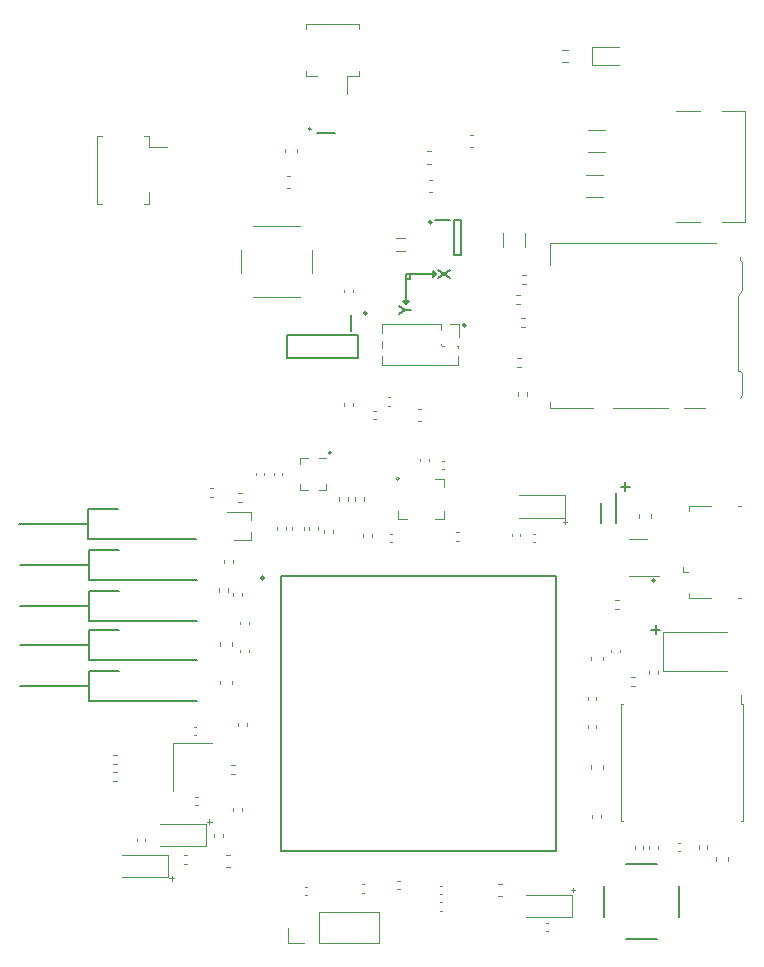
<source format=gbr>
%TF.GenerationSoftware,KiCad,Pcbnew,(5.99.0-8018-g9a0f685a75)*%
%TF.CreationDate,2021-03-04T01:20:55+00:00*%
%TF.ProjectId,CM4,434d342e-6b69-4636-9164-5f7063625858,v01*%
%TF.SameCoordinates,Original*%
%TF.FileFunction,Legend,Top*%
%TF.FilePolarity,Positive*%
%FSLAX46Y46*%
G04 Gerber Fmt 4.6, Leading zero omitted, Abs format (unit mm)*
G04 Created by KiCad (PCBNEW (5.99.0-8018-g9a0f685a75)) date 2021-03-04 01:20:55*
%MOMM*%
%LPD*%
G01*
G04 APERTURE LIST*
%ADD10C,0.150000*%
%ADD11C,0.125000*%
%ADD12C,0.120000*%
%ADD13C,0.200000*%
%ADD14C,0.250000*%
%ADD15C,0.100000*%
G04 APERTURE END LIST*
D10*
X168619047Y-82871428D02*
X169380952Y-82871428D01*
X169000000Y-83252380D02*
X169000000Y-82490476D01*
X144100000Y-80000000D02*
G75*
G03*
X144100000Y-80000000I-100000J0D01*
G01*
X171219047Y-94971428D02*
X171980952Y-94971428D01*
X171600000Y-95352380D02*
X171600000Y-94590476D01*
X142400000Y-52600000D02*
G75*
G03*
X142400000Y-52600000I-100000J0D01*
G01*
X152719000Y-65127000D02*
X152973000Y-64873000D01*
X150814000Y-65254000D02*
X150814000Y-64873000D01*
X147141421Y-68200000D02*
G75*
G03*
X147141421Y-68200000I-141421J0D01*
G01*
X150433000Y-67413000D02*
X150687000Y-67159000D01*
X150433000Y-64873000D02*
X150433000Y-67413000D01*
X150433000Y-65254000D02*
X150814000Y-65254000D01*
X150433000Y-64873000D02*
X152973000Y-64873000D01*
X171541421Y-90800000D02*
G75*
G03*
X171541421Y-90800000I-141421J0D01*
G01*
X155541421Y-69200000D02*
G75*
G03*
X155541421Y-69200000I-141421J0D01*
G01*
X150179000Y-67159000D02*
X150433000Y-67413000D01*
X152719000Y-64619000D02*
X152719000Y-65127000D01*
X152973000Y-64873000D02*
X152719000Y-64619000D01*
X150687000Y-67159000D02*
X150179000Y-67159000D01*
X152641421Y-60500000D02*
G75*
G03*
X152641421Y-60500000I-141421J0D01*
G01*
X153187380Y-65206333D02*
X154187380Y-64539666D01*
X153187380Y-64539666D02*
X154187380Y-65206333D01*
D11*
X163719523Y-85835714D02*
X164100476Y-85835714D01*
X163910000Y-86026190D02*
X163910000Y-85645238D01*
X164409523Y-117035714D02*
X164790476Y-117035714D01*
X164600000Y-117226190D02*
X164600000Y-116845238D01*
X130409523Y-116035714D02*
X130790476Y-116035714D01*
X130600000Y-116226190D02*
X130600000Y-115845238D01*
X133609523Y-111235714D02*
X133990476Y-111235714D01*
X133800000Y-111426190D02*
X133800000Y-111045238D01*
D10*
X150409190Y-67921000D02*
X150885380Y-67921000D01*
X149885380Y-68254333D02*
X150409190Y-67921000D01*
X149885380Y-67587666D01*
D12*
%TO.C,C12*%
X171040000Y-113507836D02*
X171040000Y-113292164D01*
X171760000Y-113507836D02*
X171760000Y-113292164D01*
%TO.C,R18*%
X125953641Y-107780000D02*
X125646359Y-107780000D01*
X125953641Y-107020000D02*
X125646359Y-107020000D01*
%TO.C,C28*%
X134960000Y-112507836D02*
X134960000Y-112292164D01*
X134240000Y-112507836D02*
X134240000Y-112292164D01*
%TO.C,C21*%
X166560000Y-103307836D02*
X166560000Y-103092164D01*
X165840000Y-103307836D02*
X165840000Y-103092164D01*
%TO.C,C26*%
X136560000Y-110092164D02*
X136560000Y-110307836D01*
X135840000Y-110092164D02*
X135840000Y-110307836D01*
%TO.C,C22*%
X137160000Y-96907836D02*
X137160000Y-96692164D01*
X136440000Y-96907836D02*
X136440000Y-96692164D01*
D13*
%TO.C,Q1*%
X154500000Y-60325000D02*
X155100000Y-60325000D01*
X154500000Y-63275000D02*
X154500000Y-60325000D01*
X155100000Y-63275000D02*
X154500000Y-63275000D01*
X152950000Y-60300000D02*
X154150000Y-60300000D01*
X155100000Y-60325000D02*
X155100000Y-63275000D01*
D12*
%TO.C,R8*%
X135380000Y-91753641D02*
X135380000Y-91446359D01*
X134620000Y-91753641D02*
X134620000Y-91446359D01*
%TO.C,C16*%
X161172164Y-87560000D02*
X161387836Y-87560000D01*
X161172164Y-86840000D02*
X161387836Y-86840000D01*
%TO.C,C49*%
X166090000Y-106740580D02*
X166090000Y-106459420D01*
X167110000Y-106740580D02*
X167110000Y-106459420D01*
%TO.C,F1*%
X160510000Y-62602064D02*
X160510000Y-61397936D01*
X158690000Y-62602064D02*
X158690000Y-61397936D01*
%TO.C,C50*%
X132592164Y-109860000D02*
X132807836Y-109860000D01*
X132592164Y-109140000D02*
X132807836Y-109140000D01*
%TO.C,C37*%
X159390000Y-86842164D02*
X159390000Y-87057836D01*
X160110000Y-86842164D02*
X160110000Y-87057836D01*
%TO.C,C20*%
X153507836Y-118760000D02*
X153292164Y-118760000D01*
X153507836Y-118040000D02*
X153292164Y-118040000D01*
%TO.C,R14*%
X142980000Y-86246359D02*
X142980000Y-86553641D01*
X142220000Y-86246359D02*
X142220000Y-86553641D01*
%TO.C,C15*%
X160600000Y-119335000D02*
X164510000Y-119335000D01*
X164510000Y-117465000D02*
X160600000Y-117465000D01*
X164510000Y-119335000D02*
X164510000Y-117465000D01*
%TO.C,Y1*%
X134050000Y-104600000D02*
X130750000Y-104600000D01*
X130750000Y-104600000D02*
X130750000Y-108600000D01*
D13*
%TO.C,J7*%
X132790000Y-94270000D02*
X123650000Y-94270000D01*
X123650000Y-91730000D02*
X126190000Y-91730000D01*
X123650000Y-94270000D02*
X123650000Y-91730000D01*
X123650000Y-93000000D02*
X117810000Y-93000000D01*
D12*
%TO.C,C41*%
X135760000Y-99565580D02*
X135760000Y-99284420D01*
X134740000Y-99565580D02*
X134740000Y-99284420D01*
%TO.C,R5*%
X175980000Y-113246359D02*
X175980000Y-113553641D01*
X175220000Y-113246359D02*
X175220000Y-113553641D01*
%TO.C,R32*%
X145220000Y-75746359D02*
X145220000Y-76053641D01*
X145980000Y-75746359D02*
X145980000Y-76053641D01*
%TO.C,R10*%
X146820000Y-86846359D02*
X146820000Y-87153641D01*
X147580000Y-86846359D02*
X147580000Y-87153641D01*
%TO.C,U3*%
X149750000Y-85600000D02*
X149750000Y-84900000D01*
X150500000Y-85600000D02*
X149750000Y-85600000D01*
X153650000Y-82200000D02*
X153650000Y-82900000D01*
X152900000Y-82200000D02*
X153650000Y-82200000D01*
X153650000Y-84900000D02*
X153650000Y-85600000D01*
X153650000Y-85600000D02*
X152900000Y-85600000D01*
X149900000Y-82200000D02*
G75*
G03*
X149900000Y-82200000I-150000J0D01*
G01*
X149810000Y-82200000D02*
G75*
G03*
X149810000Y-82200000I-60000J0D01*
G01*
%TO.C,R21*%
X168453641Y-93230000D02*
X168146359Y-93230000D01*
X168453641Y-92470000D02*
X168146359Y-92470000D01*
D13*
%TO.C,IC2*%
X139850000Y-90450000D02*
X163150000Y-90450000D01*
X139850000Y-113750000D02*
X139850000Y-90450000D01*
X163150000Y-90450000D02*
X163150000Y-113750000D01*
X163150000Y-113750000D02*
X139850000Y-113750000D01*
D14*
X138425000Y-90600000D02*
G75*
G03*
X138425000Y-90600000I-125000J0D01*
G01*
D12*
%TO.C,C17*%
X166560000Y-100692164D02*
X166560000Y-100907836D01*
X165840000Y-100692164D02*
X165840000Y-100907836D01*
%TO.C,J15*%
X178585000Y-73075000D02*
X178735000Y-73075000D01*
X162665000Y-76175000D02*
X166275000Y-76175000D01*
X162665000Y-62205000D02*
X176675000Y-62205000D01*
X178585000Y-73075000D02*
X178585000Y-66705000D01*
X178935000Y-73285000D02*
X178735000Y-73075000D01*
X178935000Y-63885000D02*
X178735000Y-63685000D01*
X173975000Y-76175000D02*
X175775000Y-76175000D01*
X178935000Y-75145000D02*
X178935000Y-73285000D01*
X178735000Y-63685000D02*
X178735000Y-63425000D01*
X178935000Y-75145000D02*
X178735000Y-75345000D01*
X178935000Y-66195000D02*
X178585000Y-66705000D01*
X167975000Y-76175000D02*
X172675000Y-76175000D01*
X162665000Y-64125000D02*
X162665000Y-62205000D01*
X162665000Y-75725000D02*
X162665000Y-76175000D01*
X178935000Y-63885000D02*
X178935000Y-66195000D01*
%TO.C,R27*%
X160296359Y-65680000D02*
X160603641Y-65680000D01*
X160296359Y-64920000D02*
X160603641Y-64920000D01*
%TO.C,C11*%
X148917164Y-75310000D02*
X149132836Y-75310000D01*
X148917164Y-76030000D02*
X149132836Y-76030000D01*
%TO.C,C51*%
X132492164Y-103190000D02*
X132707836Y-103190000D01*
X132492164Y-103910000D02*
X132707836Y-103910000D01*
%TO.C,C25*%
X126400000Y-115935000D02*
X130310000Y-115935000D01*
X130310000Y-114065000D02*
X126400000Y-114065000D01*
X130310000Y-115935000D02*
X130310000Y-114065000D01*
%TO.C,C36*%
X128360000Y-112692164D02*
X128360000Y-112907836D01*
X127640000Y-112692164D02*
X127640000Y-112907836D01*
%TO.C,R4*%
X167327064Y-52690000D02*
X165872936Y-52690000D01*
X167327064Y-54510000D02*
X165872936Y-54510000D01*
%TO.C,C34*%
X144260000Y-86542164D02*
X144260000Y-86757836D01*
X143540000Y-86542164D02*
X143540000Y-86757836D01*
%TO.C,C3*%
X152259420Y-55510000D02*
X152540580Y-55510000D01*
X152259420Y-54490000D02*
X152540580Y-54490000D01*
%TO.C,C4*%
X176690000Y-114259420D02*
X176690000Y-114540580D01*
X177710000Y-114259420D02*
X177710000Y-114540580D01*
%TO.C,C8*%
X147907836Y-77160000D02*
X147692164Y-77160000D01*
X147907836Y-76440000D02*
X147692164Y-76440000D01*
%TO.C,J1*%
X128710000Y-54140000D02*
X130200000Y-54140000D01*
X124290000Y-58910000D02*
X124740000Y-58910000D01*
X124290000Y-53190000D02*
X124290000Y-58910000D01*
X128710000Y-53190000D02*
X128710000Y-54140000D01*
X128260000Y-53190000D02*
X128710000Y-53190000D01*
X128260000Y-58910000D02*
X128710000Y-58910000D01*
X128710000Y-58910000D02*
X128710000Y-57960000D01*
X124740000Y-53190000D02*
X124290000Y-53190000D01*
%TO.C,D2*%
X172200000Y-95150000D02*
X172200000Y-98450000D01*
X172200000Y-95150000D02*
X177600000Y-95150000D01*
X172200000Y-98450000D02*
X177600000Y-98450000D01*
%TO.C,J3*%
X141965000Y-48110000D02*
X142915000Y-48110000D01*
X145485000Y-48110000D02*
X145485000Y-49600000D01*
X141965000Y-47660000D02*
X141965000Y-48110000D01*
X146435000Y-44140000D02*
X146435000Y-43690000D01*
X146435000Y-48110000D02*
X145485000Y-48110000D01*
X146435000Y-47660000D02*
X146435000Y-48110000D01*
X141965000Y-43690000D02*
X141965000Y-44140000D01*
X146435000Y-43690000D02*
X141965000Y-43690000D01*
%TO.C,C10*%
X151459420Y-76290000D02*
X151740580Y-76290000D01*
X151459420Y-77310000D02*
X151740580Y-77310000D01*
%TO.C,C30*%
X136960000Y-103107836D02*
X136960000Y-102892164D01*
X136240000Y-103107836D02*
X136240000Y-102892164D01*
%TO.C,Q2*%
X137330000Y-85040000D02*
X135300000Y-85040000D01*
X137330000Y-86700000D02*
X137330000Y-87360000D01*
X135920000Y-87360000D02*
X137330000Y-87360000D01*
X137330000Y-85040000D02*
X137330000Y-85700000D01*
%TO.C,J2*%
X177250000Y-60450000D02*
X179150000Y-60450000D01*
X179150000Y-60450000D02*
X179150000Y-51050000D01*
X177250000Y-51050000D02*
X179150000Y-51050000D01*
X173350000Y-60450000D02*
X175350000Y-60450000D01*
X173350000Y-51050000D02*
X175350000Y-51050000D01*
%TO.C,R30*%
X159846359Y-72730000D02*
X160153641Y-72730000D01*
X159846359Y-71970000D02*
X160153641Y-71970000D01*
%TO.C,R13*%
X131646359Y-114780000D02*
X131953641Y-114780000D01*
X131646359Y-114020000D02*
X131953641Y-114020000D01*
D13*
%TO.C,D3*%
X168225000Y-83400000D02*
X168225000Y-85950000D01*
X166975000Y-84250000D02*
X166975000Y-85950000D01*
%TO.C,J8*%
X123610000Y-89500000D02*
X117770000Y-89500000D01*
X123610000Y-90770000D02*
X123610000Y-88230000D01*
X132750000Y-90770000D02*
X123610000Y-90770000D01*
X123610000Y-88230000D02*
X126150000Y-88230000D01*
D12*
%TO.C,R28*%
X159796359Y-67430000D02*
X160103641Y-67430000D01*
X159796359Y-66670000D02*
X160103641Y-66670000D01*
%TO.C,R3*%
X167127064Y-56490000D02*
X165672936Y-56490000D01*
X167127064Y-58310000D02*
X165672936Y-58310000D01*
%TO.C,J13*%
X176287500Y-92300000D02*
X174437500Y-92300000D01*
X178837500Y-84500000D02*
X178587500Y-84500000D01*
X178837500Y-92300000D02*
X178587500Y-92300000D01*
X173887500Y-90100000D02*
X174337500Y-90100000D01*
X176287500Y-84500000D02*
X174437500Y-84500000D01*
X173887500Y-90100000D02*
X173887500Y-89650000D01*
X174437500Y-84500000D02*
X174437500Y-84950000D01*
X174437500Y-92300000D02*
X174437500Y-91850000D01*
%TO.C,FB2*%
X135562779Y-114040000D02*
X135237221Y-114040000D01*
X135562779Y-115060000D02*
X135237221Y-115060000D01*
%TO.C,C9*%
X169840000Y-113507836D02*
X169840000Y-113292164D01*
X170560000Y-113507836D02*
X170560000Y-113292164D01*
%TO.C,FB3*%
X171160000Y-85187221D02*
X171160000Y-85512779D01*
X170140000Y-85187221D02*
X170140000Y-85512779D01*
D13*
%TO.C,J6*%
X123610000Y-97520000D02*
X123610000Y-94980000D01*
X123610000Y-96250000D02*
X117770000Y-96250000D01*
X132750000Y-97520000D02*
X123610000Y-97520000D01*
X123610000Y-94980000D02*
X126150000Y-94980000D01*
D12*
%TO.C,U2*%
X168790000Y-101240000D02*
X168640000Y-101240000D01*
X178960000Y-101240000D02*
X178960000Y-111160000D01*
X168790000Y-111160000D02*
X168640000Y-111160000D01*
X178810000Y-100550000D02*
X178810000Y-101240000D01*
X178960000Y-101240000D02*
X178810000Y-101240000D01*
X178960000Y-111160000D02*
X178810000Y-111160000D01*
X168640000Y-101240000D02*
X168640000Y-111160000D01*
%TO.C,C46*%
X141810000Y-86540580D02*
X141810000Y-86259420D01*
X140790000Y-86540580D02*
X140790000Y-86259420D01*
%TO.C,J14*%
X153493471Y-70960000D02*
X153636529Y-70960000D01*
X148425000Y-71777530D02*
X148425000Y-72600000D01*
X153440000Y-69070000D02*
X153440000Y-69636529D01*
X148425000Y-70507530D02*
X148425000Y-71162470D01*
X154960000Y-69070000D02*
X154960000Y-70200000D01*
X154895000Y-71777530D02*
X154895000Y-72600000D01*
X154200000Y-69070000D02*
X154960000Y-69070000D01*
X154763471Y-70960000D02*
X154895000Y-70960000D01*
X154895000Y-72600000D02*
X148425000Y-72600000D01*
X154895000Y-70960000D02*
X154895000Y-71162470D01*
X153440000Y-69070000D02*
X148425000Y-69070000D01*
X148425000Y-69070000D02*
X148425000Y-69892470D01*
X153440000Y-70763471D02*
X153440000Y-70906529D01*
%TO.C,R6*%
X169853641Y-99730000D02*
X169546359Y-99730000D01*
X169853641Y-98970000D02*
X169546359Y-98970000D01*
%TO.C,U4*%
X170100000Y-87340000D02*
X170900000Y-87340000D01*
X170100000Y-90460000D02*
X169300000Y-90460000D01*
X170100000Y-87340000D02*
X169300000Y-87340000D01*
X170100000Y-90460000D02*
X171900000Y-90460000D01*
%TO.C,R1*%
X163662742Y-45877500D02*
X164137258Y-45877500D01*
X163662742Y-46922500D02*
X164137258Y-46922500D01*
%TO.C,R12*%
X133846359Y-83780000D02*
X134153641Y-83780000D01*
X133846359Y-83020000D02*
X134153641Y-83020000D01*
%TO.C,FB1*%
X150399622Y-62960000D02*
X149600378Y-62960000D01*
X150399622Y-61840000D02*
X149600378Y-61840000D01*
%TO.C,C52*%
X145960000Y-66407836D02*
X145960000Y-66192164D01*
X145240000Y-66407836D02*
X145240000Y-66192164D01*
%TO.C,R17*%
X125646359Y-106380000D02*
X125953641Y-106380000D01*
X125646359Y-105620000D02*
X125953641Y-105620000D01*
%TO.C,L2*%
X173650200Y-113750000D02*
X173449800Y-113750000D01*
X173650200Y-113030000D02*
X173449800Y-113030000D01*
%TO.C,R29*%
X160196359Y-69380000D02*
X160503641Y-69380000D01*
X160196359Y-68620000D02*
X160503641Y-68620000D01*
D15*
%TO.C,U1*%
X143060000Y-83150000D02*
X143700000Y-83150000D01*
X143700000Y-82670000D02*
X143700000Y-83150000D01*
X141500000Y-82670000D02*
X141500000Y-83150000D01*
X141500000Y-80450000D02*
X142140000Y-80450000D01*
X141500000Y-83150000D02*
X142140000Y-83150000D01*
X143060000Y-80450000D02*
X143700000Y-80450000D01*
X141500000Y-80450000D02*
X141500000Y-80930000D01*
D12*
%TO.C,C48*%
X166240000Y-110692164D02*
X166240000Y-110907836D01*
X166960000Y-110692164D02*
X166960000Y-110907836D01*
%TO.C,C27*%
X133510000Y-111465000D02*
X129600000Y-111465000D01*
X133510000Y-113335000D02*
X133510000Y-111465000D01*
X129600000Y-113335000D02*
X133510000Y-113335000D01*
%TO.C,C7*%
X171040000Y-98707836D02*
X171040000Y-98492164D01*
X171760000Y-98707836D02*
X171760000Y-98492164D01*
D13*
%TO.C,J4*%
X169100000Y-121175000D02*
X171700000Y-121175000D01*
X167225000Y-116700000D02*
X167225000Y-119300000D01*
X173575000Y-116700000D02*
X173575000Y-119300000D01*
X169100000Y-114825000D02*
X171700000Y-114825000D01*
D12*
%TO.C,C14*%
X151640000Y-80707836D02*
X151640000Y-80492164D01*
X152360000Y-80707836D02*
X152360000Y-80492164D01*
D13*
%TO.C,IC1*%
X142925000Y-52920000D02*
X144450000Y-52920000D01*
D12*
%TO.C,C47*%
X163910000Y-83615000D02*
X160000000Y-83615000D01*
X163910000Y-85485000D02*
X163910000Y-83615000D01*
X160000000Y-85485000D02*
X163910000Y-85485000D01*
%TO.C,C40*%
X162507836Y-119790000D02*
X162292164Y-119790000D01*
X162507836Y-120510000D02*
X162292164Y-120510000D01*
%TO.C,R11*%
X136553641Y-83420000D02*
X136246359Y-83420000D01*
X136553641Y-84180000D02*
X136246359Y-84180000D01*
%TO.C,J16*%
X141800000Y-121530000D02*
X140470000Y-121530000D01*
X140470000Y-121530000D02*
X140470000Y-120200000D01*
X143070000Y-118870000D02*
X148210000Y-118870000D01*
X143070000Y-121530000D02*
X143070000Y-118870000D01*
X148210000Y-121530000D02*
X148210000Y-118870000D01*
X143070000Y-121530000D02*
X148210000Y-121530000D01*
%TO.C,R16*%
X146120000Y-84053641D02*
X146120000Y-83746359D01*
X146880000Y-84053641D02*
X146880000Y-83746359D01*
D13*
%TO.C,J5*%
X132750000Y-101020000D02*
X123610000Y-101020000D01*
X123610000Y-98480000D02*
X126150000Y-98480000D01*
X123610000Y-99750000D02*
X117770000Y-99750000D01*
X123610000Y-101020000D02*
X123610000Y-98480000D01*
D12*
%TO.C,C45*%
X158259420Y-116490000D02*
X158540580Y-116490000D01*
X158259420Y-117510000D02*
X158540580Y-117510000D01*
D13*
%TO.C,J12*%
X123560000Y-86000000D02*
X117720000Y-86000000D01*
X132700000Y-87270000D02*
X123560000Y-87270000D01*
X123560000Y-87270000D02*
X123560000Y-84730000D01*
X123560000Y-84730000D02*
X126100000Y-84730000D01*
D12*
%TO.C,C35*%
X153507836Y-116640000D02*
X153292164Y-116640000D01*
X153507836Y-117360000D02*
X153292164Y-117360000D01*
%TO.C,C1*%
X140190000Y-54259420D02*
X140190000Y-54540580D01*
X141210000Y-54259420D02*
X141210000Y-54540580D01*
%TO.C,D1*%
X166215000Y-45665000D02*
X166215000Y-47135000D01*
X166215000Y-47135000D02*
X168500000Y-47135000D01*
X168500000Y-45665000D02*
X166215000Y-45665000D01*
%TO.C,R31*%
X160730000Y-74896359D02*
X160730000Y-75203641D01*
X159970000Y-74896359D02*
X159970000Y-75203641D01*
%TO.C,R15*%
X144820000Y-83746359D02*
X144820000Y-84053641D01*
X145580000Y-83746359D02*
X145580000Y-84053641D01*
%TO.C,R26*%
X135953641Y-107180000D02*
X135646359Y-107180000D01*
X135953641Y-106420000D02*
X135646359Y-106420000D01*
%TO.C,C23*%
X146907836Y-117260000D02*
X146692164Y-117260000D01*
X146907836Y-116540000D02*
X146692164Y-116540000D01*
%TO.C,C6*%
X139240000Y-81907836D02*
X139240000Y-81692164D01*
X139960000Y-81907836D02*
X139960000Y-81692164D01*
%TO.C,C53*%
X140640580Y-56590000D02*
X140359420Y-56590000D01*
X140640580Y-57610000D02*
X140359420Y-57610000D01*
%TO.C,C19*%
X136440000Y-94507836D02*
X136440000Y-94292164D01*
X137160000Y-94507836D02*
X137160000Y-94292164D01*
%TO.C,FB4*%
X134690000Y-96037221D02*
X134690000Y-96362779D01*
X135710000Y-96037221D02*
X135710000Y-96362779D01*
%TO.C,C2*%
X155859420Y-53090000D02*
X156140580Y-53090000D01*
X155859420Y-54110000D02*
X156140580Y-54110000D01*
%TO.C,C13*%
X153492164Y-80690000D02*
X153707836Y-80690000D01*
X153492164Y-81410000D02*
X153707836Y-81410000D01*
%TO.C,C38*%
X149907836Y-116960000D02*
X149692164Y-116960000D01*
X149907836Y-116240000D02*
X149692164Y-116240000D01*
%TO.C,C24*%
X149092164Y-87560000D02*
X149307836Y-87560000D01*
X149092164Y-86840000D02*
X149307836Y-86840000D01*
%TO.C,C29*%
X154692164Y-87460000D02*
X154907836Y-87460000D01*
X154692164Y-86740000D02*
X154907836Y-86740000D01*
%TO.C,C32*%
X140260000Y-86507836D02*
X140260000Y-86292164D01*
X139540000Y-86507836D02*
X139540000Y-86292164D01*
%TO.C,C39*%
X142107836Y-117460000D02*
X141892164Y-117460000D01*
X142107836Y-116740000D02*
X141892164Y-116740000D01*
%TO.C,R9*%
X135020000Y-89353641D02*
X135020000Y-89046359D01*
X135780000Y-89353641D02*
X135780000Y-89046359D01*
%TO.C,C44*%
X166090000Y-97259420D02*
X166090000Y-97540580D01*
X167110000Y-97259420D02*
X167110000Y-97540580D01*
%TO.C,R7*%
X136580000Y-92153641D02*
X136580000Y-91846359D01*
X135820000Y-92153641D02*
X135820000Y-91846359D01*
%TO.C,C5*%
X137720000Y-81907836D02*
X137720000Y-81692164D01*
X138440000Y-81907836D02*
X138440000Y-81692164D01*
D13*
%TO.C,S2*%
X145800000Y-68300000D02*
X145800000Y-69700000D01*
X140400000Y-71950000D02*
X140400000Y-70050000D01*
X146400000Y-71950000D02*
X140400000Y-71950000D01*
X140400000Y-70050000D02*
X146400000Y-70050000D01*
X146400000Y-70050000D02*
X146400000Y-71950000D01*
D12*
%TO.C,C54*%
X152359420Y-56890000D02*
X152640580Y-56890000D01*
X152359420Y-57910000D02*
X152640580Y-57910000D01*
D15*
%TO.C,S1*%
X136487500Y-64800000D02*
X136487500Y-62800000D01*
X142487500Y-64800000D02*
X142487500Y-62800000D01*
X137487500Y-60800000D02*
X141487500Y-60800000D01*
X137487500Y-66800000D02*
X141487500Y-66800000D01*
D12*
%TO.C,C31*%
X167840000Y-96692164D02*
X167840000Y-96907836D01*
X168560000Y-96692164D02*
X168560000Y-96907836D01*
%TD*%
M02*

</source>
